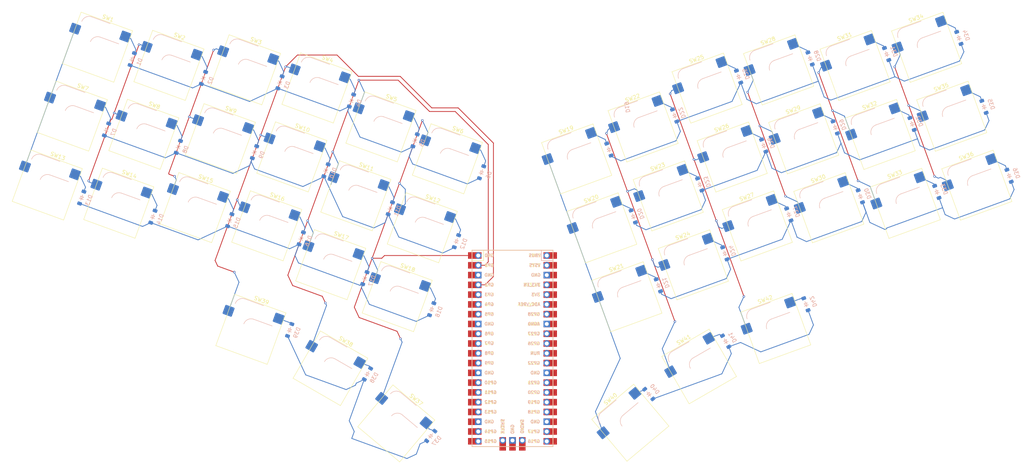
<source format=kicad_pcb>
(kicad_pcb (version 20240108) (generator "pcbnew") (generator_version "8.0")
  (layers (0 "F.Cu" signal) (31 "B.Cu" signal) (34 "B.Paste" user) (35 "F.Paste" user) (36 "B.SilkS" user "B.Silkscreen") (37 "F.SilkS" user "F.Silkscreen") (38 "B.Mask" user) (39 "F.Mask" user) (44 "Edge.Cuts" user))
  (net 0 "")
  (net 1 "Net-(D1-A)")
  (net 2 "row_1")
  (net 3 "Net-(D2-A)")
  (net 4 "Net-(D3-A)")
  (net 5 "Net-(D4-A)")
  (net 6 "Net-(D5-A)")
  (net 7 "Net-(D6-A)")
  (net 8 "Net-(D7-A)")
  (net 9 "row_2")
  (net 10 "Net-(D8-A)")
  (net 11 "Net-(D9-A)")
  (net 12 "Net-(D10-A)")
  (net 13 "Net-(D11-A)")
  (net 14 "Net-(D12-A)")
  (net 15 "row_3")
  (net 16 "Net-(D13-A)")
  (net 17 "Net-(D14-A)")
  (net 18 "Net-(D15-A)")
  (net 19 "Net-(D16-A)")
  (net 20 "Net-(D17-A)")
  (net 21 "Net-(D18-A)")
  (net 22 "Net-(D19-A)")
  (net 23 "Net-(D20-A)")
  (net 24 "Net-(D21-A)")
  (net 25 "Net-(D22-A)")
  (net 26 "Net-(D23-A)")
  (net 27 "Net-(D24-A)")
  (net 28 "Net-(D25-A)")
  (net 29 "Net-(D26-A)")
  (net 30 "Net-(D27-A)")
  (net 31 "Net-(D28-A)")
  (net 32 "Net-(D29-A)")
  (net 33 "Net-(D30-A)")
  (net 34 "Net-(D31-A)")
  (net 35 "Net-(D32-A)")
  (net 36 "Net-(D33-A)")
  (net 37 "Net-(D34-A)")
  (net 38 "Net-(D35-A)")
  (net 39 "Net-(D36-A)")
  (net 40 "row_4")
  (net 41 "Net-(D37-A)")
  (net 42 "Net-(D38-A)")
  (net 43 "Net-(D39-A)")
  (net 44 "Net-(D40-A)")
  (net 45 "Net-(D41-A)")
  (net 46 "Net-(D42-A)")
  (net 47 "col_1")
  (net 48 "col_2")
  (net 49 "col_3")
  (net 50 "col_4")
  (net 51 "col_5")
  (net 52 "col_6")
  (net 53 "col_7")
  (net 54 "col_8")
  (net 55 "col_9")
  (net 56 "col_10")
  (net 57 "col_11")
  (net 58 "col_12")
  (footprint "ScottoKeebs_Hotswap:Hotswap_MX_1.00u" (layer "F.Cu") (at 212.681071 99.2567 20)
    (property "Reference" "SW27")
    (property "Value" "Switch")
  )
  (footprint "ScottoKeebs_Hotswap:Hotswap_MX_1.00u" (layer "F.Cu") (at 28.43393 88.62451 -20)
    (property "Reference" "SW13")
    (property "Value" "Switch")
  )
  (footprint "ScottoKeebs_Hotswap:Hotswap_MX_1.00u" (layer "F.Cu") (at 108.508637 91.414956 -20)
    (property "Reference" "SW11")
    (property "Value" "Switch")
  )
  (footprint "ScottoKeebs_Hotswap:Hotswap_MX_1.00u" (layer "F.Cu") (at 91.910587 81.319244 -20)
    (property "Reference" "SW10")
    (property "Value" "Switch")
  )
  (footprint "ScottoKeebs_Hotswap:Hotswap_MX_1.00u" (layer "F.Cu") (at 115.024122 73.513813 -20)
    (property "Reference" "SW5")
    (property "Value" "Switch")
  )
  (footprint "ScottoKeebs_Hotswap:Hotswap_MX_1.00u" (layer "F.Cu") (at 263.12676 70.759675 20)
    (property "Reference" "SW35")
    (property "Value" "Switch")
  )
  (footprint "ScottoKeebs_Hotswap:Hotswap_MX_1.00u" (layer "F.Cu") (at 81.274829 126.102349 -20)
    (property "Reference" "SW39")
    (property "Value" "Switch")
  )
  (footprint "ScottoKeebs_Hotswap:Hotswap_MX_1.00u" (layer "F.Cu") (at 196.083021 109.352414 20)
    (property "Reference" "SW24")
    (property "Value" "Switch")
  )
  (footprint "ScottoKeebs_Hotswap:Hotswap_MX_1.00u" (layer "F.Cu") (at 98.426073 63.418099 -20)
    (property "Reference" "SW4")
    (property "Value" "Switch")
  )
  (footprint "ScottoKeebs_Hotswap:Hotswap_MX_1.00u" (layer "F.Cu") (at 119.242752 117.621696 -20)
    (property "Reference" "SW18")
    (property "Value" "Switch")
  )
  (footprint "ScottoKeebs_Hotswap:Hotswap_MX_1.00u" (layer "F.Cu") (at 179.731892 150.36861 40)
    (property "Reference" "SW40")
    (property "Value" "Switch")
  )
  (footprint "ScottoKeebs_Hotswap:Hotswap_MX_1.00u" (layer "F.Cu") (at 73.357897 76.593874 -20)
    (property "Reference" "SW9")
    (property "Value" "Switch")
  )
  (footprint "ScottoKeebs_Hotswap:Hotswap_MX_1.00u" (layer "F.Cu") (at 79.873382 58.692727 -20)
    (property "Reference" "SW3")
    (property "Value" "Switch")
  )
  (footprint "ScottoKeebs_Hotswap:Hotswap_MX_1.00u" (layer "F.Cu") (at 231.233761 94.531331 20)
    (property "Reference" "SW30")
    (property "Value" "Switch")
  )
  (footprint "ScottoKeebs_Hotswap:Hotswap_MX_1.00u" (layer "F.Cu") (at 165.80246 81.855722 20)
    (property "Reference" "SW19")
    (property "Value" "Switch")
  )
  (footprint "ScottoKeebs_Hotswap:Hotswap_MX_1.00u" (layer "F.Cu") (at 41.464899 52.822222 -20)
    (property "Reference" "SW1")
    (property "Value" "Switch")
  )
  (footprint "ScottoKeebs_Hotswap:Hotswap_MX_1.00u" (layer "F.Cu") (at 34.949414 70.723369 -20)
    (property "Reference" "SW7")
    (property "Value" "Switch")
  )
  (footprint "ScottoKeebs_Hotswap:Hotswap_MX_1.00u" (layer "F.Cu") (at 66.842415 94.495019 -20)
    (property "Reference" "SW15")
    (property "Value" "Switch")
  )
  (footprint "ScottoKeebs_Hotswap:Hotswap_MX_1.00u" (layer "F.Cu") (at 101.919475 136.219815 -30)
    (property "Reference" "SW38")
    (property "Value" "Switch")
  )
  (footprint "ScottoKeebs_Hotswap:Hotswap_MX_1.00u" (layer "F.Cu") (at 244.574067 75.485047 20)
    (property "Reference" "SW32")
    (property "Value" "Switch")
  )
  (footprint "ScottoKeebs_Hotswap:Hotswap_MX_1.00u" (layer "F.Cu") (at 189.567539 91.451268 20)
    (property "Reference" "SW23")
    (property "Value" "Switch")
  )
  (footprint "ScottoKeebs_Hotswap:Hotswap_MX_1.00u" (layer "F.Cu") (at 172.317944 99.756867 20)
    (property "Reference" "SW20")
    (property "Value" "Switch")
  )
  (footprint "ScottoKeebs_Hotswap:Hotswap_MX_1.00u" (layer "F.Cu") (at 101.993154 109.3161 -20)
    (property "Reference" "SW17")
    (property "Value" "Switch")
  )
  (footprint "ScottoKeebs_Hotswap:Hotswap_MX_1.00u" (layer "F.Cu") (at 256.611276 52.85853 20)
    (property "Reference" "SW34")
    (property "Value" "Switch")
  )
  (footprint "ScottoKeebs_Hotswap:Hotswap_MX_1.00u" (layer "F.Cu") (at 178.833427 117.658013 20)
    (property "Reference" "SW21")
    (property "Value" "Switch")
  )
  (footprint "ScottoKeebs_Hotswap:Hotswap_MX_1.00u" (layer "F.Cu") (at 238.058583 57.583901 20)
    (property "Reference" "SW31")
    (property "Value" "Switch")
  )
  (footprint "ScottoKeebs_Hotswap:Hotswap_MX_1.00u" (layer "F.Cu") (at 125.758236 99.720551 -20)
    (property "Reference" "SW12")
    (property "Value" "Switch")
  )
  (footprint "ScottoKeebs_Hotswap:Hotswap_MX_1.00u" (layer "F.Cu") (at 119.004539 150.547304 -40)
    (property "Reference" "SW37")
    (property "Value" "Switch")
  )
  (footprint "ScottoKeebs_Hotswap:Hotswap_MX_1.00u" (layer "F.Cu") (at 218.202796 58.729041 20)
    (property "Reference" "SW28")
    (property "Value" "Switch")
  )
  (footprint "ScottoKeebs_Hotswap:Hotswap_MX_1.00u" (layer "F.Cu") (at 206.165586 81.355556 20)
    (property "Reference" "SW26")
    (property "Value" "Switch")
  )
  (footprint "ScottoKeebs_Hotswap:Hotswap_MX_1.00u" (layer "F.Cu") (at 183.052055 73.550124 20)
    (property "Reference" "SW22")
    (property "Value" "Switch")
  )
  (footprint "ScottoKeebs_MCU:Raspberry_Pi_Pico" (layer "F.Cu") (at 149.1615 131.064)
    (property "Reference" "U1" (hide yes))
    (property "Value" "Raspberry_Pi_Pico" (hide yes))
  )
  (footprint "ScottoKeebs_Hotswap:Hotswap_MX_1.00u" (layer "F.Cu") (at 217.45347 125.901307 20)
    (property "Reference" "SW42")
    (property "Value" "Switch")
  )
  (footprint "ScottoKeebs_Hotswap:Hotswap_MX_1.00u" (layer "F.Cu") (at 199.650103 63.454409 20)
    (property "Reference" "SW25")
    (property "Value" "Switch")
  )
  (footprint "ScottoKeebs_Hotswap:Hotswap_MX_1.00u" (layer "F.Cu") (at 46.986623 93.349876 -20)
    (property "Reference" "SW14")
    (property "Value" "Switch")
  )
  (footprint "ScottoKeebs_Hotswap:Hotswap_MX_1.00u" (layer "F.Cu") (at 60.01759 57.547592 -20)
    (property "Reference" "SW2")
    (property "Value" "Switch")
  )
  (footprint "ScottoKeebs_Hotswap:Hotswap_MX_1.00u" (layer "F.Cu") (at 197.586003 135.761211 30)
    (property "Reference" "SW41")
    (property "Value" "Switch")
  )
  (footprint "ScottoKeebs_Hotswap:Hotswap_MX_1.00u" (layer "F.Cu") (at 132.273718 81.819409 -20)
    (property "Reference" "SW6")
    (property "Value" "Switch")
  )
  (footprint "ScottoKeebs_Hotswap:Hotswap_MX_1.00u" (layer "F.Cu") (at 53.502107 75.448736 -20)
    (property "Reference" "SW8")
    (property "Value" "Switch")
  )
  (footprint "ScottoKeebs_Hotswap:Hotswap_MX_1.00u" (layer "F.Cu") (at 85.395104 99.220387 -20)
    (property "Reference" "SW16")
    (property "Value" "Switch")
  )
  (footprint "ScottoKeebs_Hotswap:Hotswap_MX_1.00u" (layer "F.Cu") (at 269.642246 88.660823 20)
    (property "Reference" "SW36")
    (property "Value" "Switch")
  )
  (footprint "ScottoKeebs_Hotswap:Hotswap_MX_1.00u" (layer "F.Cu") (at 224.718276 76.630189 20)
    (property "Reference" "SW29")
    (property "Value" "Switch")
  )
  (footprint "ScottoKeebs_Hotswap:Hotswap_MX_1.00u" (layer "F.Cu") (at 251.089552 93.386194 20)
    (property "Reference" "SW33")
    (property "Value" "Switch")
  )
  (footprint "ScottoKeebs_Components:Diode_SOD-123" (layer "B.Cu") (at 184.528654 142.918215 130)
    (property "Reference" "D40")
    (property "Value" "Diode")
  )
  (footprint "ScottoKeebs_Components:Diode_SOD-123" (layer "B.Cu") (at 50.492538 55.946479 70)
    (property "Reference" "D1")
    (property "Value" "Diode")
  )
  (footprint "ScottoKeebs_Components:Diode_SOD-123" (layer "B.Cu") (at 91.343319 126.288632 70)
    (property "Reference" "D39")
    (property "Value" "Diode")
  )
  (footprint "ScottoKeebs_Components:Diode_SOD-123" (layer "B.Cu") (at 75.792983 97.75276 70)
    (property "Reference" "D15")
    (property "Value" "Diode")
  )
  (footprint "ScottoKeebs_Components:Diode_SOD-123" (layer "B.Cu") (at 204.464434 129.203148 120)
    (property "Reference" "D41")
    (property "Value" "Diode")
  )
  (footprint "ScottoKeebs_Components:Diode_SOD-123" (layer "B.Cu") (at 37.384505 91.882253 70)
    (property "Reference" "D13")
    (property "Value" "Diode")
  )
  (footprint "ScottoKeebs_Components:Diode_SOD-123" (layer "B.Cu") (at 111.521597 137.68744 60)
    (property "Reference" "D38")
    (property "Value" "Diode")
  )
  (footprint "ScottoKeebs_Components:Diode_SOD-123" (layer "B.Cu") (at 68.968165 60.805331 70)
    (property "Reference" "D2")
    (property "Value" "Diode")
  )
  (footprint "ScottoKeebs_Components:Diode_SOD-123" (layer "B.Cu") (at 225.29426 119.594454 110)
    (property "Reference" "D42")
    (property "Value" "Diode")
  )
  (footprint "ScottoKeebs_Components:Diode_SOD-123" (layer "B.Cu") (at 204.264549 106.374583 110)
    (property "Reference" "D24")
    (property "Value" "Diode")
  )
  (footprint "ScottoKeebs_Components:Diode_SOD-123" (layer "B.Cu") (at 239.415289 91.553498 110)
    (property "Reference" "D30")
    (property "Value" "Diode")
  )
  (footprint "ScottoKeebs_Components:Diode_SOD-123" (layer "B.Cu") (at 191.233581 70.572292 110)
    (property "Reference" "D22")
    (property "Value" "Diode")
  )
  (footprint "ScottoKeebs_Components:Diode_SOD-123" (layer "B.Cu") (at 232.899807 73.652357 110)
    (property "Reference" "D29")
    (property "Value" "Diode")
  )
  (footprint "ScottoKeebs_Components:Diode_SOD-123" (layer "B.Cu") (at 110.856512 112.813466 70)
    (property "Reference" "D17")
    (property "Value" "Diode")
  )
  (footprint "ScottoKeebs_Components:Diode_SOD-123" (layer "B.Cu") (at 88.823951 61.950472 70)
    (property "Reference" "D3")
    (property "Value" "Diode")
  )
  (footprint "ScottoKeebs_Components:Diode_SOD-123" (layer "B.Cu") (at 117.459207 94.672699 70)
    (property "Reference" "D11")
    (property "Value" "Diode")
  )
  (footprint "ScottoKeebs_Components:Diode_SOD-123" (layer "B.Cu") (at 134.621591 103.217918 70)
    (property "Reference" "D12")
    (property "Value" "Diode")
  )
  (footprint "ScottoKeebs_Components:Diode_SOD-123" (layer "B.Cu") (at 127.955116 153.805047 50)
    (property "Reference" "D37")
    (property "Value" "Diode")
  )
  (footprint "ScottoKeebs_Components:Diode_SOD-123" (layer "B.Cu") (at 246.240113 54.606072 110)
    (property "Reference" "D31")
    (property "Value" "Diode")
  )
  (footprint "ScottoKeebs_Components:Diode_SOD-123" (layer "B.Cu") (at 123.887478 77.011175 70)
    (property "Reference" "D5")
    (property "Value" "Diode")
  )
  (footprint "ScottoKeebs_Components:Diode_SOD-123" (layer "B.Cu") (at 214.347114 78.377723 110)
    (property "Reference" "D26")
    (property "Value" "Diode")
  )
  (footprint "ScottoKeebs_Components:Diode_SOD-123" (layer "B.Cu") (at 141.137074 85.316772 70)
    (property "Reference" "D6")
    (property "Value" "Diode")
  )
  (footprint "ScottoKeebs_Components:Diode_SOD-123" (layer "B.Cu") (at 207.831631 60.47658 110)
    (property "Reference" "D25")
    (property "Value" "Diode")
  )
  (footprint "ScottoKeebs_Components:Diode_SOD-123" (layer "B.Cu") (at 226.384323 55.751212 110)
    (property "Reference" "D28")
    (property "Value" "Diode")
  )
  (footprint "ScottoKeebs_Components:Diode_SOD-123" (layer "B.Cu") (at 55.84998 96.847242 70)
    (property "Reference" "D14")
    (property "Value" "Diode")
  )
  (footprint "ScottoKeebs_Components:Diode_SOD-123" (layer "B.Cu") (at 128.193321 120.879441 70)
    (property "Reference" "D18")
    (property "Value" "Diode")
  )
  (footprint "ScottoKeebs_Components:Diode_SOD-123" (layer "B.Cu") (at 43.812771 74.220726 70)
    (property "Reference" "D7")
    (property "Value" "Diode")
  )
  (footprint "ScottoKeebs_Components:Diode_SOD-123" (layer "B.Cu") (at 259.27108 90.408361 110)
    (property "Reference" "D33")
    (property "Value" "Diode")
  )
  (footprint "ScottoKeebs_Components:Diode_SOD-123" (layer "B.Cu") (at 174.177295 79.409006 110)
    (property "Reference" "D19")
    (property "Value" "Diode")
  )
  (footprint "ScottoKeebs_Components:Diode_SOD-123" (layer "B.Cu") (at 271.501599 68.312961 110)
    (property "Reference" "D35")
    (property "Value" "Diode")
  )
  (footprint "ScottoKeebs_Components:Diode_SOD-123" (layer "B.Cu") (at 187.014953 114.680178 110)
    (property "Reference" "D21")
    (property "Value" "Diode")
  )
  (footprint "ScottoKeebs_Components:Diode_SOD-123" (layer "B.Cu") (at 94.345676 102.47813 70)
    (property "Reference" "D16")
    (property "Value" "Diode")
  )
  (footprint "ScottoKeebs_Components:Diode_SOD-123" (layer "B.Cu") (at 180.499469 96.779034 110)
    (property "Reference" "D20")
    (property "Value" "Diode")
  )
  (footprint "ScottoKeebs_Components:Diode_SOD-123" (layer "B.Cu") (at 100.773946 84.816609 70)
    (property "Reference" "D10")
    (property "Value" "Diode")
  )
  (footprint "ScottoKeebs_Components:Diode_SOD-123" (layer "B.Cu") (at 197.749066 88.473435 110)
    (property "Reference" "D23")
    (property "Value" "Diode")
  )
  (footprint "ScottoKeebs_Components:Diode_SOD-123" (layer "B.Cu") (at 220.862595 96.278866 110)
    (property "Reference" "D27")
    (property "Value" "Diode")
  )
  (footprint "ScottoKeebs_Components:Diode_SOD-123" (layer "B.Cu") (at 82.221252 80.091238 70)
    (property "Reference" "D9")
    (property "Value" "Diode")
  )
  (footprint "ScottoKeebs_Components:Diode_SOD-123" (layer "B.Cu") (at 107.376646 66.675843 70)
    (property "Reference" "D4")
    (property "Value" "Diode")
  )
  (footprint "ScottoKeebs_Components:Diode_SOD-123" (layer "B.Cu") (at 264.986116 50.411816 110)
    (property "Reference" "D34")
    (property "Value" "Diode")
  )
  (footprint "ScottoKeebs_Components:Diode_SOD-123" (layer "B.Cu") (at 62.452681 78.706475 70)
    (property "Reference" "D8")
    (property "Value" "Diode")
  )
  (footprint "ScottoKeebs_Components:Diode_SOD-123" (layer "B.Cu") (at 278.017084 86.214106 110)
    (property "Reference" "D36")
    (property "Value" "Diode")
  )
  (footprint "ScottoKeebs_Components:Diode_SOD-123" (layer "B.Cu") (at 252.84281 72.746837 110)
    (property "Reference" "D32")
    (property "Value" "Diode")
  )
  (segment (start 50.081811 50.552498) (end 51.415105 53.411755) (width 0.2) (layer "B.Cu") (net 1))
  (segment (start 48.692046 50.046666) (end 50.081811 50.552498) (width 0.2) (layer "B.Cu") (net 1))
  (segment (start 51.415105 53.411755) (end 51.056875 54.395986) (width 0.2) (layer "B.Cu") (net 1))
  (segment (start 228.532278 61.65267) (end 230.03084 65.769934) (width 0.2) (layer "B.Cu") (net 2))
  (segment (start 122.352132 81.229493) (end 123.256043 83.16793) (width 0.2) (layer "B.Cu") (net 2))
  (segment (start 177.270506 82.337687) (end 174.828845 81.19912) (width 0.2) (layer "B.Cu") (net 2))
  (segment (start 68.403829 62.355825) (end 80.93463 66.916661) (width 0.2) (layer "B.Cu") (net 2))
  (segment (start 49.928205 57.496969) (end 66.156722 63.403668) (width 0.2) (layer "B.Cu") (net 2))
  (segment (start 106.405635 69.343667) (end 109.586674 76.165427) (width 0.2) (layer "B.Cu") (net 2))
  (segment (start 227.815575 59.683544) (end 228.532278 61.65267) (width 0.2) (layer "B.Cu") (net 2))
  (segment (start 106.812311 68.226335) (end 106.405635 69.343667) (width 0.2) (layer "B.Cu") (net 2))
  (segment (start 191.797917 72.122785) (end 206.11883 66.910396) (width 0.2) (layer "B.Cu") (net 2))
  (segment (start 212.421248 67.516603) (end 228.532278 61.65267) (width 0.2) (layer "B.Cu") (net 2))
  (segment (start 248.388067 60.507528) (end 248.388067 60.507527) (width 0.2) (layer "B.Cu") (net 2))
  (segment (start 80.93463 66.916661) (end 88.259615 63.500967) (width 0.2) (layer "B.Cu") (net 2))
  (segment (start 231.740003 66.566929) (end 248.388067 60.507528) (width 0.2) (layer "B.Cu") (net 2))
  (segment (start 137.437131 88.329423) (end 140.572741 86.867265) (width 0.2) (layer "B.Cu") (net 2))
  (segment (start 123.256043 83.16793) (end 137.437131 88.329423) (width 0.2) (layer "B.Cu") (net 2))
  (segment (start 191.797917 72.122785) (end 192.72999 74.683634) (width 0.2) (layer "B.Cu") (net 2))
  (segment (start 230.03084 65.769934) (end 231.740003 66.566929) (width 0.2) (layer "B.Cu") (net 2))
  (segment (start 123.323143 78.56167) (end 122.352132 81.229493) (width 0.2) (layer "B.Cu") (net 2))
  (segment (start 265.150646 56.433708) (end 250.829731 61.646096) (width 0.2) (layer "B.Cu") (net 2))
  (segment (start 123.272251 78.701493) (end 123.323143 78.56167) (width 0.2) (layer "B.Cu") (net 2))
  (segment (start 191.591423 77.125299) (end 177.270506 82.337687) (width 0.2) (layer "B.Cu") (net 2))
  (segment (start 104.370647 69.364901) (end 106.812311 68.226335) (width 0.2) (layer "B.Cu") (net 2))
  (segment (start 250.829731 61.646096) (end 248.388067 60.507528) (width 0.2) (layer "B.Cu") (net 2))
  (segment (start 109.586674 76.165427) (end 120.327361 80.074719) (width 0.2) (layer "B.Cu") (net 2))
  (segment (start 208.395963 62.027072) (end 209.979586 66.378038) (width 0.2) (layer "B.Cu") (net 2))
  (segment (start 66.156722 63.403668) (end 68.403829 62.355825) (width 0.2) (layer "B.Cu") (net 2))
  (segment (start 209.979585 66.378039) (end 212.421248 67.516603) (width 0.2) (layer "B.Cu") (net 2))
  (segment (start 209.979586 66.378038) (end 209.979585 66.378039) (width 0.2) (layer "B.Cu") (net 2))
  (segment (start 226.948657 57.301701) (end 227.815575 59.683544) (width 0.2) (layer "B.Cu") (net 2))
  (segment (start 248.388067 60.507527) (end 246.804447 56.156565) (width 0.2) (layer "B.Cu") (net 2))
  (segment (start 265.55045 51.96231) (end 266.289212 53.992043) (width 0.2) (layer "B.Cu") (net 2))
  (segment (start 88.259615 63.500967) (end 104.370647 69.364901) (width 0.2) (layer "B.Cu") (net 2))
  (segment (start 174.828845 81.19912) (end 174.74163 80.9595) (width 0.2) (layer "B.Cu") (net 2))
  (segment (start 192.72999 74.683634) (end 191.591423 77.125299) (width 0.2) (layer "B.Cu") (net 2))
  (segment (start 120.327361 80.074719) (end 123.272251 78.701493) (width 0.2) (layer "B.Cu") (net 2))
  (segment (start 206.11883 66.910396) (end 208.395963 62.027072) (width 0.2) (layer "B.Cu") (net 2))
  (segment (start 266.289212 53.992043) (end 265.150646 56.433708) (width 0.2) (layer "B.Cu") (net 2))
  (segment (start 68.634504 55.27787) (end 69.9518 58.102821) (width 0.2) (layer "B.Cu") (net 3))
  (segment (start 69.9518 58.102821) (end 69.532499 59.254839) (width 0.2) (layer "B.Cu") (net 3))
  (segment (start 67.244735 54.772036) (end 68.634504 55.27787) (width 0.2) (layer "B.Cu") (net 3))
  (segment (start 89.807588 59.247959) (end 89.388286 60.39998) (width 0.2) (layer "B.Cu") (net 4))
  (segment (start 88.49029 56.423003) (end 89.807588 59.247959) (width 0.2) (layer "B.Cu") (net 4))
  (segment (start 87.100528 55.917169) (end 88.49029 56.423003) (width 0.2) (layer "B.Cu") (net 4))
  (segment (start 107.042986 61.148373) (end 108.360283 63.973328) (width 0.2) (layer "B.Cu") (net 5))
  (segment (start 108.360283 63.973328) (end 107.940982 65.125351) (width 0.2) (layer "B.Cu") (net 5))
  (segment (start 105.653219 60.642541) (end 107.042986 61.148373) (width 0.2) (layer "B.Cu") (net 5))
  (segment (start 123.641033 71.244088) (end 124.95833 74.069041) (width 0.2) (layer "B.Cu") (net 6))
  (segment (start 124.95833 74.069041) (end 124.451814 75.460684) (width 0.2) (layer "B.Cu") (net 6))
  (segment (start 122.251269 70.738254) (end 123.641033 71.244088) (width 0.2) (layer "B.Cu") (net 6))
  (segment (start 142.207926 82.374639) (end 141.701409 83.766283) (width 0.2) (layer "B.Cu") (net 7))
  (segment (start 139.500864 79.043852) (end 140.890628 79.549684) (width 0.2) (layer "B.Cu") (net 7))
  (segment (start 140.890628 79.549684) (end 142.207926 82.374639) (width 0.2) (layer "B.Cu") (net 7))
  (segment (start 43.56633 68.453646) (end 44.883623 71.278591) (width 0.2) (layer "B.Cu") (net 8))
  (segment (start 44.883623 71.278591) (end 44.377105 72.670236) (width 0.2) (layer "B.Cu") (net 8))
  (segment (start 42.17656 67.947812) (end 43.56633 68.453646) (width 0.2) (layer "B.Cu") (net 8))
  (segment (start 233.464141 75.20285) (end 234.396212 77.763698) (width 0.2) (layer "B.Cu") (net 9))
  (segment (start 94.772167 89.018715) (end 82.241365 84.457878) (width 0.2) (layer "B.Cu") (net 9))
  (segment (start 81.656918 81.641731) (end 80.954477 83.57167) (width 0.2) (layer "B.Cu") (net 9))
  (segment (start 100.15872 86.506925) (end 94.772167 89.018715) (width 0.2) (layer "B.Cu") (net 9))
  (segment (start 234.396212 77.763698) (end 233.257646 80.205361) (width 0.2) (layer "B.Cu") (net 9))
  (segment (start 61.888346 80.256967) (end 59.119843 81.547941) (width 0.2) (layer "B.Cu") (net 9))
  (segment (start 239.215042 82.091566) (end 254.252001 76.61856) (width 0.2) (layer "B.Cu") (net 9))
  (segment (start 257.345213 79.547241) (end 254.903551 78.408673) (width 0.2) (layer "B.Cu") (net 9))
  (segment (start 216.495069 84.279183) (end 215.84352 82.489068) (width 0.2) (layer "B.Cu") (net 9))
  (segment (start 119.648002 102.127296) (end 116.894875 96.223191) (width 0.2) (layer "B.Cu") (net 9))
  (segment (start 181.344329 99.100267) (end 181.063804 98.329526) (width 0.2) (layer "B.Cu") (net 9))
  (segment (start 183.785991 100.238831) (end 181.344329 99.100267) (width 0.2) (layer "B.Cu") (net 9))
  (segment (start 233.257646 80.205361) (end 218.936732 85.417749) (width 0.2) (layer "B.Cu") (net 9))
  (segment (start 105.087466 96.827694) (end 100.209611 86.367101) (width 0.2) (layer "B.Cu") (net 9))
  (segment (start 116.894875 96.223191) (end 116.105217 98.392753) (width 0.2) (layer "B.Cu") (net 9))
  (segment (start 100.209611 86.367101) (end 100.15872 86.506925) (width 0.2) (layer "B.Cu") (net 9))
  (segment (start 131.061474 106.281461) (end 119.648002 102.127296) (width 0.2) (layer "B.Cu") (net 9))
  (segment (start 134.006365 104.908235) (end 131.061474 106.281461) (width 0.2) (layer "B.Cu") (net 9))
  (segment (start 254.903551 78.408673) (end 254.252001 76.61856) (width 0.2) (layer "B.Cu") (net 9))
  (segment (start 272.804695 71.893189) (end 271.66613 74.334853) (width 0.2) (layer "B.Cu") (net 9))
  (segment (start 235.308383 80.269859) (end 239.215042 82.091566) (width 0.2) (layer "B.Cu") (net 9))
  (segment (start 215.843521 82.489067) (end 214.911447 79.928216) (width 0.2) (layer "B.Cu") (net 9))
  (segment (start 82.241365 84.457878) (end 81.337457 82.51944) (width 0.2) (layer "B.Cu") (net 9))
  (segment (start 59.119843 81.547941) (end 43.248433 75.771219) (width 0.2) (layer "B.Cu") (net 9))
  (segment (start 198.106907 95.026445) (end 183.785991 100.238831) (width 0.2) (layer "B.Cu") (net 9))
  (segment (start 272.065931 69.863452) (end 272.804695 71.893189) (width 0.2) (layer "B.Cu") (net 9))
  (segment (start 113.160328 99.765977) (end 105.087466 96.827694) (width 0.2) (layer "B.Cu") (net 9))
  (segment (start 76.588709 85.607462) (end 61.888346 80.256967) (width 0.2) (layer "B.Cu") (net 9))
  (segment (start 254.252003 76.618558) (end 253.407144 74.29733) (width 0.2) (layer "B.Cu") (net 9))
  (segment (start 134.057258 104.76841) (end 134.006365 104.908235) (width 0.2) (layer "B.Cu") (net 9))
  (segment (start 81.337457 82.51944) (end 81.656918 81.641731) (width 0.2) (layer "B.Cu") (net 9))
  (segment (start 212.634314 84.811543) (end 214.911447 79.928216) (width 0.2) (layer "B.Cu") (net 9))
  (segment (start 218.936732 85.417749) (end 216.495069 84.279183) (width 0.2) (layer "B.Cu") (net 9))
  (segment (start 254.252001 76.61856) (end 254.252003 76.618558) (width 0.2) (layer "B.Cu") (net 9))
  (segment (start 271.66613 74.334853) (end 257.345213 79.547241) (width 0.2) (layer "B.Cu") (net 9))
  (segment (start 80.954477 83.57167) (end 76.588709 85.607462) (width 0.2) (layer "B.Cu") (net 9))
  (segment (start 198.3134 90.02393) (end 212.634314 84.811543) (width 0.2) (layer "B.Cu") (net 9))
  (segment (start 234.396212 77.763698) (end 235.308383 80.269859) (width 0.2) (layer "B.Cu") (net 9))
  (segment (start 215.84352 82.489068) (end 215.843521 82.489067) (width 0.2) (layer "B.Cu") (net 9))
  (segment (start 198.3134 90.02393) (end 199.245473 92.584781) (width 0.2) (layer "B.Cu") (net 9))
  (segment (start 116.105217 98.392753) (end 113.160328 99.765977) (width 0.2) (layer "B.Cu") (net 9))
  (segment (start 199.245473 92.584781) (end 198.106907 95.026445) (width 0.2) (layer "B.Cu") (net 9))
  (segment (start 60.72925 72.67318) (end 62.119021 73.179012) (width 0.2) (layer "B.Cu") (net 10))
  (segment (start 62.119021 73.179012) (end 63.436315 76.003962) (width 0.2) (layer "B.Cu") (net 10))
  (segment (start 63.436315 76.003962) (end 63.017016 77.155983) (width 0.2) (layer "B.Cu") (net 10))
  (segment (start 81.974808 74.32415) (end 83.292104 77.149101) (width 0.2) (layer "B.Cu") (net 11))
  (segment (start 83.292104 77.149101) (end 82.785586 78.540748) (width 0.2) (layer "B.Cu") (net 11))
  (segment (start 80.585045 73.818316) (end 81.974808 74.32415) (width 0.2) (layer "B.Cu") (net 11))
  (segment (start 99.137734 78.543687) (end 100.527501 79.049523) (width 0.2) (layer "B.Cu") (net 12))
  (segment (start 100.527501 79.049523) (end 101.844798 81.874474) (width 0.2) (layer "B.Cu") (net 12))
  (segment (start 101.844798 81.874474) (end 101.338279 83.266116) (width 0.2) (layer "B.Cu") (net 12))
  (segment (start 117.125549 89.145232) (end 118.442846 91.970182) (width 0.2) (layer "B.Cu") (net 13))
  (segment (start 115.735784 88.6394) (end 117.125549 89.145232) (width 0.2) (layer "B.Cu") (net 13))
  (segment (start 118.442846 91.970182) (end 118.023544 93.122206) (width 0.2) (layer "B.Cu") (net 13))
  (segment (start 134.375143 97.450827) (end 135.692443 100.275783) (width 0.2) (layer "B.Cu") (net 14))
  (segment (start 132.985382 96.944993) (end 134.375143 97.450827) (width 0.2) (layer "B.Cu") (net 14))
  (segment (start 135.692443 100.275783) (end 135.185927 101.667426) (width 0.2) (layer "B.Cu") (net 14))
  (segment (start 239.979624 93.103992) (end 241.889021 98.350017) (width 0.2) (layer "B.Cu") (net 15))
  (segment (start 36.820171 93.432743) (end 53.170819 99.383891) (width 0.2) (layer "B.Cu") (net 15))
  (segment (start 278.181614 92.235997) (end 263.860696 97.448385) (width 0.2) (layer "B.Cu") (net 15))
  (segment (start 204.62239 112.927588) (end 190.301475 118.139976) (width 0.2) (layer "B.Cu") (net 15))
  (segment (start 261.419035 96.309818) (end 260.767486 94.519705) (width 0.2) (layer "B.Cu") (net 15))
  (segment (start 93.627027 108.874504) (end 109.598233 114.687549) (width 0.2) (layer "B.Cu") (net 15))
  (segment (start 55.285644 98.397732) (end 67.576819 102.871358) (width 0.2) (layer "B.Cu") (net 15))
  (segment (start 260.767486 94.519703) (end 259.835415 91.958853) (width 0.2) (layer "B.Cu") (net 15))
  (segment (start 190.301475 118.139976) (end 187.859812 117.00141) (width 0.2) (layer "B.Cu") (net 15))
  (segment (start 239.979624 93.103992) (end 240.911697 95.664844) (width 0.2) (layer "B.Cu") (net 15))
  (segment (start 219.149795 102.71269) (end 221.426931 97.829359) (width 0.2) (layer "B.Cu") (net 15))
  (segment (start 246.26756 99.797245) (end 260.767486 94.519705) (width 0.2) (layer "B.Cu") (net 15))
  (segment (start 204.828884 107.925075) (end 205.760957 110.485924) (width 0.2) (layer "B.Cu") (net 15))
  (segment (start 204.828884 107.925075) (end 219.149795 102.71269) (width 0.2) (layer "B.Cu") (net 15))
  (segment (start 223.010552 102.180329) (end 223.010552 102.180328) (width 0.2) (layer "B.Cu") (net 15))
  (segment (start 92.723117 106.936068) (end 93.627027 108.874504) (width 0.2) (layer "B.Cu") (net 15))
  (segment (start 240.911697 95.664844) (end 239.77313 98.106508) (width 0.2) (layer "B.Cu") (net 15))
  (segment (start 241.889021 98.350017) (end 245.795681 100.17172) (width 0.2) (layer "B.Cu") (net 15))
  (segment (start 223.010552 102.180328) (end 221.426931 97.829359) (width 0.2) (layer "B.Cu") (net 15))
  (segment (start 109.598233 114.687549) (end 110.292175 114.363956) (width 0.2) (layer "B.Cu") (net 15))
  (segment (start 93.78134 104.028619) (end 92.723117 106.936068) (width 0.2) (layer "B.Cu") (net 15))
  (segment (start 109.972716 115.241669) (end 112.015189 119.621767) (width 0.2) (layer "B.Cu") (net 15))
  (segment (start 245.795681 100.17172) (end 246.153702 100.041412) (width 0.2) (layer "B.Cu") (net 15))
  (segment (start 53.170819 99.383891) (end 55.285644 98.397732) (width 0.2) (layer "B.Cu") (net 15))
  (segment (start 279.320181 89.794333) (end 278.181614 92.235997) (width 0.2) (layer "B.Cu") (net 15))
  (segment (start 75.228651 99.30325) (end 91.33968 105.167187) (width 0.2) (layer "B.Cu") (net 15))
  (segment (start 124.166542 124.044497) (end 127.628984 122.429931) (width 0.2) (layer "B.Cu") (net 15))
  (segment (start 110.292175 114.363956) (end 109.972716 115.241669) (width 0.2) (layer "B.Cu") (net 15))
  (segment (start 263.860696 97.448385) (end 261.419035 96.309818) (width 0.2) (layer "B.Cu") (net 15))
  (segment (start 246.153702 100.041412) (end 246.26756 99.797245) (width 0.2) (layer "B.Cu") (net 15))
  (segment (start 278.581417 87.764598) (end 279.320181 89.794333) (width 0.2) (layer "B.Cu") (net 15))
  (segment (start 239.77313 98.106508) (end 225.452216 103.318892) (width 0.2) (layer "B.Cu") (net 15))
  (segment (start 112.015189 119.621767) (end 124.166542 124.044497) (width 0.2) (layer "B.Cu") (net 15))
  (segment (start 187.859812 117.00141) (end 187.579289 116.230671) (width 0.2) (layer "B.Cu") (net 15))
  (segment (start 91.33968 105.167187) (end 93.78134 104.028619) (width 0.2) (layer "B.Cu") (net 15))
  (segment (start 260.767486 94.519705) (end 260.767486 94.519703) (width 0.2) (layer "B.Cu") (net 15))
  (segment (start 225.452216 103.318892) (end 223.010552 102.180329) (width 0.2) (layer "B.Cu") (net 15))
  (segment (start 205.760957 110.485924) (end 204.62239 112.927588) (width 0.2) (layer "B.Cu") (net 15))
  (segment (start 67.576819 102.871358) (end 75.228651 99.30325) (width 0.2) (layer "B.Cu") (net 15))
  (segment (start 38.368141 89.17974) (end 37.948841 90.331759) (width 0.2) (layer "B.Cu") (net 16))
  (segment (start 35.661077 85.848952) (end 37.050843 86.354785) (width 0.2) (layer "B.Cu") (net 16))
  (segment (start 37.050843 86.354785) (end 38.368141 89.17974) (width 0.2) (layer "B.Cu") (net 16))
  (segment (start 55.603533 91.08015) (end 56.920831 93.905104) (width 0.2) (layer "B.Cu") (net 17))
  (segment (start 54.213771 90.57432) (end 55.603533 91.08015) (width 0.2) (layer "B.Cu") (net 17))
  (segment (start 56.920831 93.905104) (end 56.414314 95.296751) (width 0.2) (layer "B.Cu") (net 17))
  (segment (start 75.459325 92.225295) (end 76.776622 95.050244) (width 0.2) (layer "B.Cu") (net 18))
  (segment (start 76.776622 95.050244) (end 76.35732 96.202266) (width 0.2) (layer "B.Cu") (net 18))
  (segment (start 74.069559 91.719463) (end 75.459325 92.225295) (width 0.2) (layer "B.Cu") (net 18))
  (segment (start 94.012019 96.950667) (end 95.329314 99.775613) (width 0.2) (layer "B.Cu") (net 19))
  (segment (start 95.329314 99.775613) (end 94.910011 100.927636) (width 0.2) (layer "B.Cu") (net 19))
  (segment (start 92.622251 96.444832) (end 94.012019 96.950667) (width 0.2) (layer "B.Cu") (net 19))
  (segment (start 111.927364 109.87133) (end 111.420846 111.262971) (width 0.2) (layer "B.Cu") (net 20))
  (segment (start 109.2203 106.540545) (end 110.610065 107.046377) (width 0.2) (layer "B.Cu") (net 20))
  (segment (start 110.610065 107.046377) (end 111.927364 109.87133) (width 0.2) (layer "B.Cu") (net 20))
  (segment (start 126.469899 114.84614) (end 127.85966 115.351971) (width 0.2) (layer "B.Cu") (net 21))
  (segment (start 127.85966 115.351971) (end 129.176957 118.176927) (width 0.2) (layer "B.Cu") (net 21))
  (segment (start 129.176957 118.176927) (end 128.757655 119.328948) (width 0.2) (layer "B.Cu") (net 21))
  (segment (start 169.554683 75.084002) (end 173.226272 76.796093) (width 0.2) (layer "B.Cu") (net 22))
  (segment (start 173.226272 76.796093) (end 173.612963 77.858514) (width 0.2) (layer "B.Cu") (net 22))
  (segment (start 176.070165 92.985147) (end 179.741756 94.697238) (width 0.2) (layer "B.Cu") (net 23))
  (segment (start 179.741756 94.697238) (end 179.935135 95.228541) (width 0.2) (layer "B.Cu") (net 23))
  (segment (start 186.25724 112.598382) (end 186.45062 113.129684) (width 0.2) (layer "B.Cu") (net 24))
  (segment (start 182.585649 110.886292) (end 186.25724 112.598382) (width 0.2) (layer "B.Cu") (net 24))
  (segment (start 190.475868 68.490494) (end 190.669248 69.0218) (width 0.2) (layer "B.Cu") (net 25))
  (segment (start 186.804277 66.778402) (end 190.475868 68.490494) (width 0.2) (layer "B.Cu") (net 25))
  (segment (start 193.319761 84.679549) (end 196.991352 86.391639) (width 0.2) (layer "B.Cu") (net 26))
  (segment (start 196.991352 86.391639) (end 197.184732 86.922944) (width 0.2) (layer "B.Cu") (net 26))
  (segment (start 199.835243 102.580693) (end 203.506836 104.292783) (width 0.2) (layer "B.Cu") (net 27))
  (segment (start 203.506836 104.292783) (end 203.700216 104.82409) (width 0.2) (layer "B.Cu") (net 27))
  (segment (start 203.402325 56.682689) (end 207.073916 58.39478) (width 0.2) (layer "B.Cu") (net 28))
  (segment (start 207.073916 58.39478) (end 207.267296 58.926086) (width 0.2) (layer "B.Cu") (net 28))
  (segment (start 209.917808 74.583835) (end 213.5894 76.295925) (width 0.2) (layer "B.Cu") (net 29))
  (segment (start 213.5894 76.295925) (end 213.782779 76.827229) (width 0.2) (layer "B.Cu") (net 29))
  (segment (start 216.433294 92.48498) (end 220.104882 94.19707) (width 0.2) (layer "B.Cu") (net 30))
  (segment (start 220.104882 94.19707) (end 220.298263 94.728375) (width 0.2) (layer "B.Cu") (net 30))
  (segment (start 221.955019 51.957321) (end 225.626608 53.669412) (width 0.2) (layer "B.Cu") (net 31))
  (segment (start 225.626608 53.669412) (end 225.819988 54.200718) (width 0.2) (layer "B.Cu") (net 31))
  (segment (start 228.470499 69.858467) (end 232.142093 71.57056) (width 0.2) (layer "B.Cu") (net 32))
  (segment (start 232.142093 71.57056) (end 232.335473 72.101865) (width 0.2) (layer "B.Cu") (net 32))
  (segment (start 234.985984 87.759611) (end 238.657577 89.471703) (width 0.2) (layer "B.Cu") (net 33))
  (segment (start 238.657577 89.471703) (end 238.850956 90.003008) (width 0.2) (layer "B.Cu") (net 33))
  (segment (start 245.482399 52.524275) (end 245.675778 53.055579) (width 0.2) (layer "B.Cu") (net 34))
  (segment (start 241.810805 50.812182) (end 245.482399 52.524275) (width 0.2) (layer "B.Cu") (net 34))
  (segment (start 248.326291 68.713325) (end 251.997883 70.42542) (width 0.2) (layer "B.Cu") (net 35))
  (segment (start 251.997883 70.42542) (end 252.278475 71.196344) (width 0.2) (layer "B.Cu") (net 35))
  (segment (start 258.513367 88.326565) (end 258.706746 88.857866) (width 0.2) (layer "B.Cu") (net 36))
  (segment (start 254.841774 86.614474) (end 258.513367 88.326565) (width 0.2) (layer "B.Cu") (net 36))
  (segment (start 260.363498 46.08681) (end 264.035089 47.798901) (width 0.2) (layer "B.Cu") (net 37))
  (segment (start 264.035089 47.798901) (end 264.421781 48.861324) (width 0.2) (layer "B.Cu") (net 37))
  (segment (start 266.878982 63.987955) (end 270.550575 65.700046) (width 0.2) (layer "B.Cu") (net 38))
  (segment (start 270.550575 65.700046) (end 270.937266 66.762469) (width 0.2) (layer "B.Cu") (net 38))
  (segment (start 273.394468 81.889103) (end 277.06606 83.601195) (width 0.2) (layer "B.Cu") (net 39))
  (segment (start 277.06606 83.601195) (end 277.452748 84.663613) (width 0.2) (layer "B.Cu") (net 39))
  (segment (start 105.986723 141.754688) (end 95.485655 137.932612) (width 0.2) (layer "B.Cu") (net 40))
  (segment (start 205.289433 130.632089) (end 205.938776 132.416142) (width 0.2) (layer "B.Cu") (net 40))
  (segment (start 108.099324 152.659906) (end 106.789514 149.851005) (width 0.2) (layer "B.Cu") (net 40))
  (segment (start 95.485655 137.932612) (end 90.778985 127.839122) (width 0.2) (layer "B.Cu") (net 40))
  (segment (start 227.248904 124.964797) (end 226.110338 127.406461) (width 0.2) (layer "B.Cu") (net 40))
  (segment (start 213.579536 131.967298) (end 208.337243 129.522778) (width 0.2) (layer "B.Cu") (net 40))
  (segment (start 107.447777 154.450019) (end 108.099324 152.659906) (width 0.2) (layer "B.Cu") (net 40))
  (segment (start 108.622169 140.083703) (end 108.428384 140.616122) (width 0.2) (layer "B.Cu") (net 40))
  (segment (start 108.428384 140.616122) (end 105.986723 141.754688) (width 0.2) (layer "B.Cu") (net 40))
  (segment (start 208.337243 129.522778) (end 205.289433 130.632089) (width 0.2) (layer "B.Cu") (net 40))
  (segment (start 126.894512 155.069017) (end 125.176167 155.870296) (width 0.2) (layer "B.Cu") (net 40))
  (segment (start 203.490398 137.666704) (end 185.589254 144.182187) (width 0.2) (layer "B.Cu") (net 40))
  (segment (start 110.696594 139.11638) (end 108.622169 140.083703) (width 0.2) (layer "B.Cu") (net 40))
  (segment (start 125.176167 155.870296) (end 124.210356 158.523841) (width 0.2) (layer "B.Cu") (net 40))
  (segment (start 124.210356 158.523841) (end 121.768692 159.662406) (width 0.2) (layer "B.Cu") (net 40))
  (segment (start 205.938776 132.416142) (end 203.490398 137.666704) (width 0.2) (layer "B.Cu") (net 40))
  (segment (start 106.789514 149.851005) (end 110.696594 139.11638) (width 0.2) (layer "B.Cu") (net 40))
  (segment (start 121.768692 159.662406) (end 107.447777 154.450019) (width 0.2) (layer "B.Cu") (net 40))
  (segment (start 226.110338 127.406461) (end 213.579536 131.967298) (width 0.2) (layer "B.Cu") (net 40))
  (segment (start 225.858593 121.144947) (end 227.248904 124.964797) (width 0.2) (layer "B.Cu") (net 40))
  (segment (start 127.47732 151.981144) (end 129.015714 152.541075) (width 0.2) (layer "B.Cu") (net 41))
  (segment (start 126.745132 150.410964) (end 127.47732 151.981144) (width 0.2) (layer "B.Cu") (net 41))
  (segment (start 112.072602 135.670914) (end 112.346597 136.258499) (width 0.2) (layer "B.Cu") (net 42))
  (segment (start 109.518795 134.741405) (end 112.072602 135.670914) (width 0.2) (layer "B.Cu") (net 42))
  (segment (start 91.811177 124.531244) (end 91.907655 124.73814) (width 0.2) (layer "B.Cu") (net 43))
  (segment (start 88.501975 123.326793) (end 91.811177 124.531244) (width 0.2) (layer "B.Cu") (net 43))
  (segment (start 183.384821 141.83274) (end 183.468054 141.654242) (width 0.2) (layer "B.Cu") (net 44))
  (segment (start 180.941764 142.721939) (end 183.384821 141.83274) (width 0.2) (layer "B.Cu") (net 44))
  (segment (start 202.893036 127.426157) (end 203.639433 127.77421) (width 0.2) (layer "B.Cu") (net 45))
  (segment (start 200.105324 128.440802) (end 202.893036 127.426157) (width 0.2) (layer "B.Cu") (net 45))
  (segment (start 221.205694 119.129587) (end 224.492547 117.933271) (width 0.2) (layer "B.Cu") (net 46))
  (segment (start 224.492547 117.933271) (end 224.729925 118.043962) (width 0.2) (layer "B.Cu") (net 46))
  (segment (start 35.675906 48.01219) (end 29.160421 65.913334) (width 0.2) (layer "B.Cu") (net 47))
  (segment (start 29.16042 65.913335) (end 22.644938 83.814476) (width 0.2) (layer "B.Cu") (net 47))
  (segment (start 22.644938 83.814476) (end 22.644937 83.814477) (width 0.2) (layer "B.Cu") (net 47))
  (segment (start 29.160421 65.913334) (end 29.16042 65.913335) (width 0.2) (layer "B.Cu") (net 47))
  (segment (start 46.573394 67.751651) (end 52.241866 52.177656) (width 0.2) (layer "F.Cu") (net 48))
  (segment (start 45.205142 71.510892) (end 46.182464 68.825719) (width 0.2) (layer "F.Cu") (net 48))
  (segment (start 44.960976 71.624749) (end 45.205142 71.510892) (width 0.2) (layer "F.Cu") (net 48))
  (segment (start 39.162196 87.556768) (end 44.960976 71.624749) (width 0.2) (layer "F.Cu") (net 48))
  (segment (start 46.182464 68.825719) (end 46.573394 67.751651) (width 0.2) (layer "F.Cu") (net 48))
  (via (at 45.791536 69.899789) (size 0.6) (drill 0.3) (layers "F.Cu" "B.Cu") (net 48))
  (via (at 52.241866 52.177656) (size 0.6) (drill 0.3) (layers "F.Cu" "B.Cu") (net 48))
  (via (at 39.162196 87.556768) (size 0.6) (drill 0.3) (layers "F.Cu" "B.Cu") (net 48))
  (segment (start 54.228597 52.73756) (end 52.438435 52.085993) (width 0.2) (layer "B.Cu") (net 48))
  (segment (start 39.298244 87.848524) (end 39.162196 87.556768) (width 0.2) (layer "B.Cu") (net 48))
  (segment (start 41.197631 88.539845) (end 39.298244 87.848524) (width 0.2) (layer "B.Cu") (net 48))
  (segment (start 47.713115 70.638702) (end 45.81373 69.947384) (width 0.2) (layer "B.Cu") (net 48))
  (segment (start 45.81373 69.947384) (end 45.791536 69.899789) (width 0.2) (layer "B.Cu") (net 48))
  (segment (start 52.438435 52.085993) (end 52.241866 52.177656) (width 0.2) (layer "B.Cu") (net 48))
  (segment (start 71.609323 53.550509) (end 66.331781 68.050437) (width 0.2) (layer "F.Cu") (net 49))
  (segment (start 64.963529 71.809676) (end 59.946607 85.593558) (width 0.2) (layer "F.Cu") (net 49))
  (segment (start 61.492554 86.358963) (end 60.060463 85.837724) (width 0.2) (layer "F.Cu") (net 49))
  (segment (start 60.060463 85.837724) (end 59.946607 85.593558) (width 0.2) (layer "F.Cu") (net 49))
  (segment (start 66.331781 68.050437) (end 64.963529 71.809676) (width 0.2) (layer "F.Cu") (net 49))
  (via (at 65.289303 70.914619) (size 0.6) (drill 0.3) (layers "F.Cu" "B.Cu") (net 49))
  (via (at 61.492554 86.358963) (size 0.6) (drill 0.3) (layers "F.Cu" "B.Cu") (net 49))
  (via (at 71.609323 53.550509) (size 0.6) (drill 0.3) (layers "F.Cu" "B.Cu") (net 49))
  (segment (start 67.568905 71.783843) (end 65.311496 70.962212) (width 0.2) (layer "B.Cu") (net 49))
  (segment (start 61.925818 87.288099) (end 61.492554 86.358963) (width 0.2) (layer "B.Cu") (net 49))
  (segment (start 72.294233 53.231131) (end 71.609323 53.550509) (width 0.2) (layer "B.Cu") (net 49))
  (segment (start 61.053422 89.684985) (end 61.925818 87.288099) (width 0.2) (layer "B.Cu") (net 49))
  (segment (start 74.08439 53.882695) (end 72.294233 53.231131) (width 0.2) (layer "B.Cu") (net 49))
  (segment (start 65.311496 70.962212) (end 65.289303 70.914619) (width 0.2) (layer "B.Cu") (net 49))
  (segment (start 120.015 60.3885) (end 109.1565 60.3885) (width 0.2) (layer "F.Cu") (net 50))
  (segment (start 135.0645 68.58) (end 128.2065 68.58) (width 0.2) (layer "F.Cu") (net 50))
  (segment (start 109.1565 60.3885) (end 103.632 54.864) (width 0.2) (layer "F.Cu") (net 50))
  (segment (start 77.717442 92.467064) (end 71.983815 108.220072) (width 0.2) (layer "F.Cu") (net 50))
  (segment (start 140.2715 114.554) (end 142.0495 114.554) (width 0.2) (layer "F.Cu") (net 50))
  (segment (start 72.666955 109.68507) (end 76.96323 111.248786) (width 0.2) (layer "F.Cu") (net 50))
  (segment (start 103.632 54.864) (end 93.346181 54.864) (width 0.2) (layer "F.Cu") (net 50))
  (segment (start 90.292325 57.917856) (end 77.717442 92.467064) (width 0.2) (layer "F.Cu") (net 50))
  (segment (start 144.2085 77.724) (end 135.0645 68.58) (width 0.2) (layer "F.Cu") (net 50))
  (segment (start 144.2085 112.395) (end 144.2085 77.724) (width 0.2) (layer "F.Cu") (net 50))
  (segment (start 93.346181 54.864) (end 90.292325 57.917856) (width 0.2) (layer "F.Cu") (net 50))
  (segment (start 71.983815 108.220072) (end 72.666955 109.68507) (width 0.2) (layer "F.Cu") (net 50))
  (segment (start 128.2065 68.58) (end 120.015 60.3885) (width 0.2) (layer "F.Cu") (net 50))
  (segment (start 142.0495 114.554) (end 144.2085 112.395) (width 0.2) (layer "F.Cu") (net 50))
  (via (at 77.717442 92.467064) (size 0.6) (drill 0.3) (layers "F.Cu" "B.Cu") (net 50))
  (via (at 76.96323 111.248786) (size 0.6) (drill 0.3) (layers "F.Cu" "B.Cu") (net 50))
  (via (at 83.841997 75.639989) (size 0.6) (drill 0.3) (layers "F.Cu" "B.Cu") (net 50))
  (via (at 90.292325 57.917856) (size 0.6) (drill 0.3) (layers "F.Cu" "B.Cu") (net 50))
  (segment (start 75.485836 121.292318) (end 78.186542 113.872189) (width 0.2) (layer "B.Cu") (net 50))
  (segment (start 78.422773 93.979656) (end 77.717442 92.467064) (width 0.2) (layer "B.Cu") (net 50))
  (segment (start 90.488899 57.826192) (end 90.292325 57.917856) (width 0.2) (layer "B.Cu") (net 50))
  (segment (start 79.606113 94.410354) (end 78.422773 93.979656) (width 0.2) (layer "B.Cu") (net 50))
  (segment (start 92.63708 58.608067) (end 90.488899 57.826192) (width 0.2) (layer "B.Cu") (net 50))
  (segment (start 83.864189 75.687582) (end 83.841997 75.639989) (width 0.2) (layer "B.Cu") (net 50))
  (segment (start 78.186542 113.872189) (end 76.96323 111.248786) (width 0.2) (layer "B.Cu") (net 50))
  (segment (start 86.121596 76.509212) (end 83.864189 75.687582) (width 0.2) (layer "B.Cu") (net 50))
  (segment (start 142.875 108.585) (end 142.875 78.105) (width 0.2) (layer "F.Cu") (net 51))
  (segment (start 96.009514 97.90848) (end 90.862282 112.050384) (width 0.2) (layer "F.Cu") (net 51))
  (segment (start 119.492644 61.390144) (end 109.301101 61.390144) (width 0.2) (layer "F.Cu") (net 51))
  (segment (start 99.812197 117.537871) (end 100.609193 119.247035) (width 0.2) (layer "F.Cu") (net 51))
  (segment (start 141.986 109.474) (end 142.875 108.585) (width 0.2) (layer "F.Cu") (net 51))
  (segment (start 127.635 69.5325) (end 119.492644 61.390144) (width 0.2) (layer "F.Cu") (net 51))
  (segment (start 90.862282 112.050384) (end 92.114705 114.736212) (width 0.2) (layer "F.Cu") (net 51))
  (segment (start 142.875 78.105) (end 134.3025 69.5325) (width 0.2) (layer "F.Cu") (net 51))
  (segment (start 92.114705 114.736212) (end 99.812197 117.537871) (width 0.2) (layer "F.Cu") (net 51))
  (segment (start 134.3025 69.5325) (end 127.635 69.5325) (width 0.2) (layer "F.Cu") (net 51))
  (segment (start 140.2715 109.474) (end 141.986 109.474) (width 0.2) (layer "F.Cu") (net 51))
  (segment (start 109.301101 61.390144) (end 96.009514 97.90848) (width 0.2) (layer "F.Cu") (net 51))
  (via (at 109.301101 61.390144) (size 0.6) (drill 0.3) (layers "F.Cu" "B.Cu") (net 51))
  (via (at 102.524998 80.007336) (size 0.6) (drill 0.3) (layers "F.Cu" "B.Cu") (net 51))
  (via (at 96.009514 97.90848) (size 0.6) (drill 0.3) (layers "F.Cu" "B.Cu") (net 51))
  (via (at 100.609193 119.247035) (size 0.6) (drill 0.3) (layers "F.Cu" "B.Cu") (net 51))
  (segment (start 102.065173 88.403065) (end 102.080044 88.43495) (width 0.2) (layer "B.Cu") (net 51))
  (segment (start 109.23513 68.70378) (end 110.759073 64.516779) (width 0.2) (layer "B.Cu") (net 51))
  (segment (start 102.719644 86.604922) (end 102.065173 88.403065) (width 0.2) (layer "B.Cu") (net 51))
  (segment (start 102.719644 86.604923) (end 103.98297 83.133965) (width 0.2) (layer "B.Cu") (net 51))
  (segment (start 96.204162 104.506068) (end 97.467487 101.035111) (width 0.2) (layer "B.Cu") (net 51))
  (segment (start 100.609193 119.247035) (end 100.908027 119.887888) (width 0.2) (layer "B.Cu") (net 51))
  (segment (start 103.98297 83.133965) (end 102.524998 80.007336) (width 0.2) (layer "B.Cu") (net 51))
  (segment (start 97.467487 101.035111) (end 96.009514 97.90848) (width 0.2) (layer "B.Cu") (net 51))
  (segment (start 110.759073 64.516779) (end 109.301101 61.390144) (width 0.2) (layer "B.Cu") (net 51))
  (segment (start 100.908027 119.887888) (end 97.053683 130.477609) (width 0.2) (layer "B.Cu") (net 51))
  (segment (start 119.8245 88.2015) (end 119.774594 88.312934) (width 0.2) (layer "F.Cu") (net 52))
  (segment (start 115.23883 107.64617) (end 115.951 106.934) (width 0.2) (layer "F.Cu") (net 52))
  (segment (start 125.76884 71.84388) (end 119.8245 88.2015) (width 0.2) (layer "F.Cu") (net 52))
  (segment (start 113.584884 105.31902) (end 112.737872 107.64617) (width 0.2) (layer "F.Cu") (net 52))
  (segment (start 112.737872 107.64617) (end 108.111878 120.355981) (width 0.2) (layer "F.Cu") (net 52))
  (segment (start 108.111878 120.355981) (end 109.364302 123.041811) (width 0.2) (layer "F.Cu") (net 52))
  (segment (start 112.737872 107.64617) (end 115.23883 107.64617) (width 0.2) (layer "F.Cu") (net 52))
  (segment (start 115.951 106.934) (end 140.2715 106.934) (width 0.2) (layer "F.Cu") (net 52))
  (segment (start 119.20993 126.625328) (end 120.120783 128.578657) (width 0.2) (layer "F.Cu") (net 52))
  (segment (start 109.364302 123.041811) (end 119.20993 126.625328) (width 0.2) (layer "F.Cu") (net 52))
  (segment (start 119.774594 88.312934) (end 113.584884 105.31902) (width 0.2) (layer "F.Cu") (net 52))
  (via (at 125.76884 71.84388) (size 0.6) (drill 0.3) (layers "F.Cu" "B.Cu") (net 52))
  (via (at 120.120783 128.578657) (size 0.6) (drill 0.3) (layers "F.Cu" "B.Cu") (net 52))
  (via (at 119.8245 88.2015) (size 0.6) (drill 0.3) (layers "F.Cu" "B.Cu") (net 52))
  (via (at 112.737872 107.64617) (size 0.6) (drill 0.3) (layers "F.Cu" "B.Cu") (net 52))
  (segment (start 119.969243 94.910518) (end 121.3485 93.531261) (width 0.2) (layer "B.Cu") (net 52))
  (segment (start 114.195846 110.772802) (end 112.737872 107.64617) (width 0.2) (layer "B.Cu") (net 52))
  (segment (start 121.3485 89.7255) (end 119.8245 88.2015) (width 0.2) (layer "B.Cu") (net 52))
  (segment (start 113.453759 112.811664) (end 114.195846 110.772802) (width 0.2) (layer "B.Cu") (net 52))
  (segment (start 126.484726 77.009376) (end 127.226812 74.970513) (width 0.2) (layer "B.Cu") (net 52))
  (segment (start 120.524691 129.444839) (end 115.209793 144.0474) (width 0.2) (layer "B.Cu") (net 52))
  (segment (start 127.226812 74.970513) (end 125.76884 71.84388) (width 0.2) (layer "B.Cu") (net 52))
  (segment (start 121.3485 93.531261) (end 121.3485 89.7255) (width 0.2) (layer "B.Cu") (net 52))
  (segment (start 120.120783 128.578657) (end 120.524691 129.444839) (width 0.2) (layer "B.Cu") (net 52))
  (segment (start 177.118511 133.661476) (end 171.306974 117.694406) (width 0.2) (layer "B.Cu") (net 53))
  (segment (start 164.791489 99.793262) (end 164.739092 99.649301) (width 0.2) (layer "B.Cu") (net 53))
  (segment (start 172.671787 152.977009) (end 170.6727 147.484561) (width 0.2) (layer "B.Cu") (net 53))
  (segment (start 164.739092 99.649301) (end 164.739092 99.6493) (width 0.2) (layer "B.Cu") (net 53))
  (segment (start 164.739092 99.6493) (end 158.276006 81.892116) (width 0.2) (layer "B.Cu") (net 53))
  (segment (start 171.306974 117.694406) (end 164.791489 99.793262) (width 0.2) (layer "B.Cu") (net 53))
  (segment (start 170.6727 147.484561) (end 177.118511 133.661476) (width 0.2) (layer "B.Cu") (net 53))
  (segment (start 178.996485 90.256766) (end 185.446814 107.978898) (width 0.2) (layer "F.Cu") (net 54))
  (segment (start 173.523478 75.219804) (end 178.996485 90.256766) (width 0.2) (layer "F.Cu") (net 54))
  (segment (start 185.446814 107.978898) (end 191.245594 123.910918) (width 0.2) (layer "F.Cu") (net 54))
  (segment (start 191.245594 123.910918) (end 191.310748 124.089929) (width 0.2) (layer "F.Cu") (net 54))
  (via (at 185.446814 107.978898) (size 0.6) (drill 0.3) (layers "F.Cu" "B.Cu") (net 54))
  (via (at 178.996485 90.256766) (size 0.6) (drill 0.3) (layers "F.Cu" "B.Cu") (net 54))
  (via (at 173.523478 75.219804) (size 0.6) (drill 0.3) (layers "F.Cu" "B.Cu") (net 54))
  (via (at 191.310748 124.089929) (size 0.6) (drill 0.3) (layers "F.Cu" "B.Cu") (net 54))
  (segment (start 175.5256 73.586518) (end 174.031511 74.130323) (width 0.2) (layer "B.Cu") (net 54))
  (segment (start 191.310748 124.089929) (end 188.01552 131.156567) (width 0.2) (layer "B.Cu") (net 54))
  (segment (start 174.031511 74.130323) (end 173.523478 75.219804) (width 0.2) (layer "B.Cu") (net 54))
  (segment (start 182.041084 91.487661) (end 181.472311 89.924971) (width 0.2) (layer "B.Cu") (net 54))
  (segment (start 181.472311 89.924971) (end 180.786599 89.605218) (width 0.2) (layer "B.Cu") (net 54))
  (segment (start 185.446814 107.978898) (end 186.033206 109.590002) (width 0.2) (layer "B.Cu") (net 54))
  (segment (start 188.01552 131.156567) (end 190.180211 137.104008) (width 0.2) (layer "B.Cu") (net 54))
  (segment (start 186.897055 109.992821) (end 188.556566 109.388808) (width 0.2) (layer "B.Cu") (net 54))
  (segment (start 180.786599 89.605218) (end 178.996485 90.256766) (width 0.2) (layer "B.Cu") (net 54))
  (segment (start 186.033206 109.590002) (end 186.897055 109.992821) (width 0.2) (layer "B.Cu") (net 54))
  (segment (start 197.484021 85.352386) (end 202.044861 97.883187) (width 0.2) (layer "F.Cu") (net 55))
  (segment (start 202.044861 97.883187) (end 209.211892 117.574445) (width 0.2) (layer "F.Cu") (net 55))
  (segment (start 190.056371 64.945081) (end 196.246081 81.951168) (width 0.2) (layer "F.Cu") (net 55))
  (segment (start 196.246081 81.951168) (end 197.484021 85.352386) (width 0.2) (layer "F.Cu") (net 55))
  (via (at 202.044861 97.883187) (size 0.6) (drill 0.3) (layers "F.Cu" "B.Cu") (net 55))
  (via (at 196.246081 81.951168) (size 0.6) (drill 0.3) (layers "F.Cu" "B.Cu") (net 55))
  (via (at 209.211892 117.574445) (size 0.6) (drill 0.3) (layers "F.Cu" "B.Cu") (net 55))
  (via (at 190.056371 64.945081) (size 0.6) (drill 0.3) (layers "F.Cu" "B.Cu") (net 55))
  (segment (start 207.903943 120.379353) (end 209.211892 117.574445) (width 0.2) (layer "B.Cu") (net 55))
  (segment (start 202.631254 99.494289) (end 203.495101 99.897108) (width 0.2) (layer "B.Cu") (net 55))
  (segment (start 196.621594 82.126273) (end 196.246081 81.951168) (width 0.2) (layer "B.Cu") (net 55))
  (segment (start 209.927016 125.937701) (end 207.903943 120.379353) (width 0.2) (layer "B.Cu") (net 55))
  (segment (start 198.639131 81.39195) (end 196.621594 82.126273) (width 0.2) (layer "B.Cu") (net 55))
  (segment (start 202.044861 97.883187) (end 202.631254 99.494289) (width 0.2) (layer "B.Cu") (net 55))
  (segment (start 190.450549 64.099763) (end 190.056371 64.945081) (width 0.2) (layer "B.Cu") (net 55))
  (segment (start 203.495101 99.897108) (end 205.154617 99.293094) (width 0.2) (layer "B.Cu") (net 55))
  (segment (start 192.123649 63.490803) (end 190.450549 64.099763) (width 0.2) (layer "B.Cu") (net 55))
  (segment (start 210.17278 64.515987) (end 220.011159 91.546715) (width 0.2) (layer "F.Cu") (net 56))
  (via (at 220.011159 91.546715) (size 0.6) (drill 0.3) (layers "F.Cu" "B.Cu") (net 56))
  (via (at 210.17278 64.515987) (size 0.6) (drill 0.3) (layers "F.Cu" "B.Cu") (net 56))
  (via (at 213.365367 73.287546) (size 0.6) (drill 0.3) (layers "F.Cu" "B.Cu") (net 56))
  (segment (start 223.138531 93.005031) (end 220.011159 91.546715) (width 0.2) (layer "B.Cu") (net 56))
  (segment (start 211.631098 61.388612) (end 210.17278 64.515987) (width 0.2) (layer "B.Cu") (net 56))
  (segment (start 223.707307 94.567725) (end 223.138531 93.005031) (width 0.2) (layer "B.Cu") (net 56))
  (segment (start 216.492737 74.745863) (end 213.365367 73.287546) (width 0.2) (layer "B.Cu") (net 56))
  (segment (start 210.676342 58.765436) (end 211.631098 61.388612) (width 0.2) (layer "B.Cu") (net 56))
  (segment (start 217.191822 76.666582) (end 216.492737 74.745863) (width 0.2) (layer "B.Cu") (net 56))
  (segment (start 228.595162 59.432595) (end 238.824472 87.537391) (width 0.2) (layer "F.Cu") (net 57))
  (via (at 238.824472 87.537391) (size 0.6) (drill 0.3) (layers "F.Cu" "B.Cu") (net 57))
  (via (at 228.595162 59.432595) (size 0.6) (drill 0.3) (layers "F.Cu" "B.Cu") (net 57))
  (via (at 232.178679 69.278223) (size 0.6) (drill 0.3) (layers "F.Cu" "B.Cu") (net 57))
  (segment (start 243.563098 93.422588) (end 241.951844 88.995708) (width 0.2) (layer "B.Cu") (net 57))
  (segment (start 229.217053 58.098944) (end 228.595162 59.432595) (width 0.2) (layer "B.Cu") (net 57))
  (segment (start 230.532128 57.620297) (end 229.217053 58.098944) (width 0.2) (layer "B.Cu") (net 57))
  (segment (start 241.951844 88.995708) (end 238.824472 87.537391) (width 0.2) (layer "B.Cu") (net 57))
  (segment (start 237.047612 75.521441) (end 235.30605 70.73654) (width 0.2) (layer "B.Cu") (net 57))
  (segment (start 235.30605 70.73654) (end 232.178679 69.278223) (width 0.2) (layer "B.Cu") (net 57))
  (segment (start 252.555707 69.565174) (end 258.680262 86.392249) (width 0.2) (layer "F.Cu") (net 58))
  (segment (start 248.320642 57.92943) (end 250.210133 63.120762) (width 0.2) (layer "F.Cu") (net 58))
  (segment (start 250.210133 63.120762) (end 252.555707 69.565174) (width 0.2) (layer "F.Cu") (net 58))
  (via (at 251.969313 67.954071) (size 0.6) (drill 0.3) (layers "F.Cu" "B.Cu") (net 58))
  (via (at 248.320642 57.92943) (size 0.6) (drill 0.3) (layers "F.Cu" "B.Cu") (net 58))
  (via (at 258.680262 86.392249) (size 0.6) (drill 0.3) (layers "F.Cu" "B.Cu") (net 58))
  (segment (start 261.612172 87.313535) (end 262.115791 88.697217) (width 0.2) (layer "B.Cu") (net 58))
  (segment (start 259.656926 86.847676) (end 260.193961 86.652213) (width 0.2) (layer "B.Cu") (net 58))
  (segment (start 255.096688 69.41239) (end 251.969313 67.954071) (width 0.2) (layer "B.Cu") (net 58))
  (segment (start 258.680262 86.392249) (end 259.656926 86.847676) (width 0.2) (layer "B.Cu") (net 58))
  (segment (start 249.77896 54.802059) (end 248.320642 57.92943) (width 0.2) (layer "B.Cu") (net 58))
  (segment (start 260.193961 86.652213) (end 261.612172 87.313535) (width 0.2) (layer "B.Cu") (net 58))
  (segment (start 255.600305 70.796069) (end 255.096688 69.41239) (width 0.2) (layer "B.Cu") (net 58))
  (segment (start 249.08482 52.894925) (end 249.77896 54.802059) (width 0.2) (layer "B.Cu") (net 58))
)
</source>
